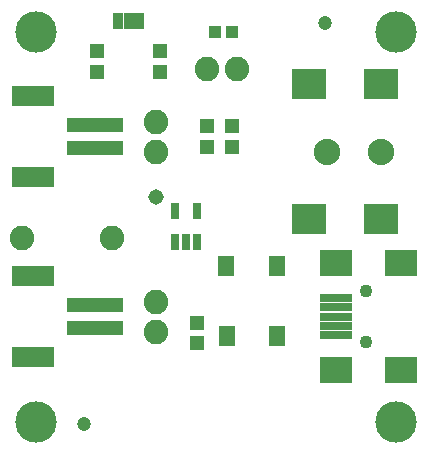
<source format=gbr>
G04 EAGLE Gerber RS-274X export*
G75*
%MOMM*%
%FSLAX34Y34*%
%LPD*%
%INSoldermask Top*%
%IPPOS*%
%AMOC8*
5,1,8,0,0,1.08239X$1,22.5*%
G01*
%ADD10C,3.505200*%
%ADD11R,0.753200X1.403200*%
%ADD12R,2.703200X0.703200*%
%ADD13R,2.703200X2.203200*%
%ADD14C,1.103200*%
%ADD15R,1.203200X1.303200*%
%ADD16R,1.003200X1.003200*%
%ADD17R,0.838200X1.473200*%
%ADD18C,2.082800*%
%ADD19C,1.203200*%
%ADD20R,3.003200X2.603200*%
%ADD21C,2.235200*%
%ADD22R,1.473200X1.673200*%
%ADD23R,4.803200X1.203200*%
%ADD24R,3.603200X1.803200*%
%ADD25C,1.311200*%


D10*
X12700Y355600D03*
X317500Y355600D03*
X317500Y25400D03*
X12700Y25400D03*
D11*
X130200Y177499D03*
X139700Y177499D03*
X149200Y177499D03*
X149200Y203501D03*
X130200Y203501D03*
D12*
X267100Y114300D03*
X267100Y106300D03*
X267100Y130300D03*
X267100Y122300D03*
D13*
X322100Y159300D03*
X322100Y69300D03*
X267100Y159300D03*
X267100Y69300D03*
D12*
X267100Y98300D03*
D14*
X292100Y92300D03*
X292100Y136300D03*
D15*
X157480Y275200D03*
X157480Y258200D03*
D16*
X163950Y355600D03*
X178950Y355600D03*
D15*
X179070Y275200D03*
X179070Y258200D03*
X149352Y108830D03*
X149352Y91830D03*
X118110Y321700D03*
X118110Y338700D03*
D17*
X82550Y364490D03*
X91440Y364490D03*
X100330Y364490D03*
D15*
X64770Y321700D03*
X64770Y338700D03*
D18*
X182880Y323850D03*
X157480Y323850D03*
D19*
X53086Y23622D03*
X257810Y362712D03*
D20*
X304800Y197000D03*
X304800Y311000D03*
X243800Y197000D03*
X243800Y311000D03*
D21*
X304800Y254000D03*
X259080Y254000D03*
D22*
X217080Y97790D03*
X174080Y97790D03*
D23*
X62400Y256700D03*
X62400Y276700D03*
D24*
X10400Y232700D03*
X10400Y300700D03*
D23*
X62400Y104300D03*
X62400Y124300D03*
D24*
X10400Y80300D03*
X10400Y148300D03*
D18*
X114300Y254000D03*
X114300Y279400D03*
X114300Y101600D03*
X114300Y127000D03*
D22*
X216572Y156972D03*
X173572Y156972D03*
D18*
X1270Y180594D03*
X77470Y180594D03*
D25*
X114300Y215900D03*
M02*

</source>
